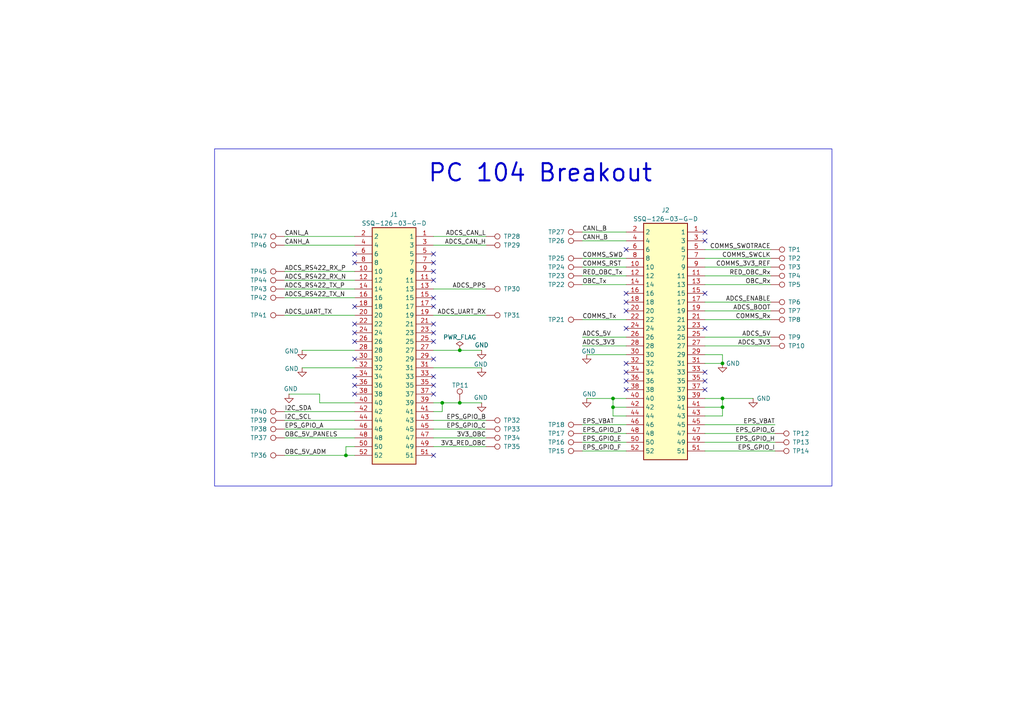
<source format=kicad_sch>
(kicad_sch (version 20231120) (generator "eeschema") (generator_version "8.0")
  (paper "A4")
  (lib_symbols
    (symbol "Connector:TestPoint" (pin_numbers hide) (pin_names (offset 0.762) hide)
      (property "Reference" "TP" (at 0 6.858 0))
      (property "Value" "TestPoint" (at 0 5.08 0))
      (symbol "TestPoint_0_1"
        (circle (center 0 3.302) (radius 0.762))
      )
      (symbol "TestPoint_1_1"
        (pin passive line (at 0 0 90) (length 2.54) (name "1") (number "1"))
      )
    )
    (symbol "SamacSys_Parts:SSQ-126-03-G-D"
      (property "Reference" "J" (at 19.05 7.62 0))
      (property "Value" "SSQ-126-03-G-D" (at 19.05 5.08 0))
      (symbol "SSQ-126-03-G-D_1_1"
        (rectangle (start 5.08 2.54) (end 17.78 -66.04) (stroke (width 0.254)) (fill (type background)))
        (pin passive line (at 0 -63.5 0) (length 5.08) (name "1") (number "1"))
        (pin passive line (at 22.86 -53.34 180) (length 5.08) (name "10") (number "10"))
        (pin passive line (at 0 -50.8 0) (length 5.08) (name "11") (number "11"))
        (pin passive line (at 22.86 -50.8 180) (length 5.08) (name "12") (number "12"))
        (pin passive line (at 0 -48.26 0) (length 5.08) (name "13") (number "13"))
        (pin passive line (at 22.86 -48.26 180) (length 5.08) (name "14") (number "14"))
        (pin passive line (at 0 -45.72 0) (length 5.08) (name "15") (number "15"))
        (pin passive line (at 22.86 -45.72 180) (length 5.08) (name "16") (number "16"))
        (pin passive line (at 0 -43.18 0) (length 5.08) (name "17") (number "17"))
        (pin passive line (at 22.86 -43.18 180) (length 5.08) (name "18") (number "18"))
        (pin passive line (at 0 -40.64 0) (length 5.08) (name "19") (number "19"))
        (pin passive line (at 22.86 -63.5 180) (length 5.08) (name "2") (number "2"))
        (pin passive line (at 22.86 -40.64 180) (length 5.08) (name "20") (number "20"))
        (pin passive line (at 0 -38.1 0) (length 5.08) (name "21") (number "21"))
        (pin passive line (at 22.86 -38.1 180) (length 5.08) (name "22") (number "22"))
        (pin passive line (at 0 -35.56 0) (length 5.08) (name "23") (number "23"))
        (pin passive line (at 22.86 -35.56 180) (length 5.08) (name "24") (number "24"))
        (pin passive line (at 0 -33.02 0) (length 5.08) (name "25") (number "25"))
        (pin passive line (at 22.86 -33.02 180) (length 5.08) (name "26") (number "26"))
        (pin passive line (at 0 -30.48 0) (length 5.08) (name "27") (number "27"))
        (pin passive line (at 22.86 -30.48 180) (length 5.08) (name "28") (number "28"))
        (pin passive line (at 0 -27.94 0) (length 5.08) (name "29") (number "29"))
        (pin passive line (at 0 -60.96 0) (length 5.08) (name "3") (number "3"))
        (pin passive line (at 22.86 -27.94 180) (length 5.08) (name "30") (number "30"))
        (pin passive line (at 0 -25.4 0) (length 5.08) (name "31") (number "31"))
        (pin passive line (at 22.86 -25.4 180) (length 5.08) (name "32") (number "32"))
        (pin passive line (at 0 -22.86 0) (length 5.08) (name "33") (number "33"))
        (pin passive line (at 22.86 -22.86 180) (length 5.08) (name "34") (number "34"))
        (pin passive line (at 0 -20.32 0) (length 5.08) (name "35") (number "35"))
        (pin passive line (at 22.86 -20.32 180) (length 5.08) (name "36") (number "36"))
        (pin passive line (at 0 -17.78 0) (length 5.08) (name "37") (number "37"))
        (pin passive line (at 22.86 -17.78 180) (length 5.08) (name "38") (number "38"))
        (pin passive line (at 0 -15.24 0) (length 5.08) (name "39") (number "39"))
        (pin passive line (at 22.86 -60.96 180) (length 5.08) (name "4") (number "4"))
        (pin passive line (at 22.86 -15.24 180) (length 5.08) (name "40") (number "40"))
        (pin passive line (at 0 -12.7 0) (length 5.08) (name "41") (number "41"))
        (pin passive line (at 22.86 -12.7 180) (length 5.08) (name "42") (number "42"))
        (pin passive line (at 0 -10.16 0) (length 5.08) (name "43") (number "43"))
        (pin passive line (at 22.86 -10.16 180) (length 5.08) (name "44") (number "44"))
        (pin passive line (at 0 -7.62 0) (length 5.08) (name "45") (number "45"))
        (pin passive line (at 22.86 -7.62 180) (length 5.08) (name "46") (number "46"))
        (pin passive line (at 0 -5.08 0) (length 5.08) (name "47") (number "47"))
        (pin passive line (at 22.86 -5.08 180) (length 5.08) (name "48") (number "48"))
        (pin passive line (at 0 -2.54 0) (length 5.08) (name "49") (number "49"))
        (pin passive line (at 0 -58.42 0) (length 5.08) (name "5") (number "5"))
        (pin passive line (at 22.86 -2.54 180) (length 5.08) (name "50") (number "50"))
        (pin passive line (at 0 0 0) (length 5.08) (name "51") (number "51"))
        (pin passive line (at 22.86 0 180) (length 5.08) (name "52") (number "52"))
        (pin passive line (at 22.86 -58.42 180) (length 5.08) (name "6") (number "6"))
        (pin passive line (at 0 -55.88 0) (length 5.08) (name "7") (number "7"))
        (pin passive line (at 22.86 -55.88 180) (length 5.08) (name "8") (number "8"))
        (pin passive line (at 0 -53.34 0) (length 5.08) (name "9") (number "9"))
      )
    )
    (symbol "power:GND" (power) (pin_numbers hide) (pin_names (offset 0) hide)
      (property "Value" "GND" (at 0 -3.81 0))
      (symbol "GND_0_1"
        (polyline (pts (xy 0 0) (xy 0 -1.27) (xy 1.27 -1.27) (xy 0 -2.54) (xy -1.27 -1.27) (xy 0 -1.27)))
      )
      (symbol "GND_1_1"
        (pin power_in line (at 0 0 270) (length 0) (name "~") (number "1"))
      )
    )
    (symbol "power:PWR_FLAG" (power) (pin_numbers hide) (pin_names (offset 0) hide)
      (property "Value" "PWR_FLAG" (at 0 3.81 0))
      (symbol "PWR_FLAG_0_0"
        (pin power_out line (at 0 0 90) (length 0) (name "~") (number "1"))
      )
      (symbol "PWR_FLAG_0_1"
        (polyline (pts (xy 0 0) (xy 0 1.27) (xy -1.016 1.905) (xy 0 2.54) (xy 1.016 1.905) (xy 0 1.27)))
      )
    )
  )
  (junction (at 209.55 118.11))
  (junction (at 209.55 105.41))
  (junction (at 133.35 101.6))
  (junction (at 128.27 116.84))
  (junction (at 100.33 132.08))
  (junction (at 133.35 116.84))
  (junction (at 177.8 118.11))
  (junction (at 209.55 115.57))
  (junction (at 177.8 115.57))
  (no_connect (at 125.73 114.3))
  (no_connect (at 125.73 111.76))
  (no_connect (at 102.87 96.52))
  (no_connect (at 204.47 110.49))
  (no_connect (at 181.61 105.41))
  (no_connect (at 102.87 109.22))
  (no_connect (at 204.47 69.85))
  (no_connect (at 102.87 114.3))
  (no_connect (at 181.61 107.95))
  (no_connect (at 125.73 78.74))
  (no_connect (at 181.61 95.25))
  (no_connect (at 125.73 86.36))
  (no_connect (at 181.61 87.63))
  (no_connect (at 125.73 99.06))
  (no_connect (at 125.73 88.9))
  (no_connect (at 181.61 72.39))
  (no_connect (at 125.73 76.2))
  (no_connect (at 102.87 93.98))
  (no_connect (at 102.87 73.66))
  (no_connect (at 125.73 104.14))
  (no_connect (at 125.73 93.98))
  (no_connect (at 125.73 81.28))
  (no_connect (at 181.61 85.09))
  (no_connect (at 102.87 111.76))
  (no_connect (at 102.87 104.14))
  (no_connect (at 102.87 99.06))
  (no_connect (at 181.61 110.49))
  (no_connect (at 125.73 132.08))
  (no_connect (at 204.47 85.09))
  (no_connect (at 181.61 90.17))
  (no_connect (at 204.47 95.25))
  (no_connect (at 102.87 76.2))
  (no_connect (at 125.73 109.22))
  (no_connect (at 204.47 67.31))
  (no_connect (at 204.47 107.95))
  (no_connect (at 125.73 73.66))
  (no_connect (at 125.73 96.52))
  (no_connect (at 204.47 113.03))
  (no_connect (at 181.61 113.03))
  (no_connect (at 102.87 88.9))
  (wire (pts (xy 177.8 115.57) (xy 177.8 118.11)))
  (wire (pts (xy 168.91 100.33) (xy 181.61 100.33)))
  (wire (pts (xy 204.47 128.27) (xy 224.79 128.27)))
  (wire (pts (xy 204.47 90.17) (xy 223.52 90.17)))
  (wire (pts (xy 125.73 83.82) (xy 140.97 83.82)))
  (wire (pts (xy 204.47 82.55) (xy 223.52 82.55)))
  (wire (pts (xy 204.47 125.73) (xy 224.79 125.73)))
  (wire (pts (xy 170.18 115.57) (xy 177.8 115.57)))
  (wire (pts (xy 170.18 102.87) (xy 181.61 102.87)))
  (wire (pts (xy 128.27 116.84) (xy 128.27 119.38)))
  (wire (pts (xy 133.35 101.6) (xy 125.73 101.6)))
  (wire (pts (xy 92.71 116.84) (xy 102.87 116.84)))
  (wire (pts (xy 82.55 121.92) (xy 102.87 121.92)))
  (wire (pts (xy 209.55 115.57) (xy 209.55 118.11)))
  (wire (pts (xy 82.55 124.46) (xy 102.87 124.46)))
  (wire (pts (xy 168.91 67.31) (xy 181.61 67.31)))
  (wire (pts (xy 204.47 97.79) (xy 223.52 97.79)))
  (wire (pts (xy 168.91 130.81) (xy 181.61 130.81)))
  (wire (pts (xy 168.91 128.27) (xy 181.61 128.27)))
  (wire (pts (xy 82.55 78.74) (xy 102.87 78.74)))
  (wire (pts (xy 82.55 81.28) (xy 102.87 81.28)))
  (wire (pts (xy 87.63 106.68) (xy 102.87 106.68)))
  (wire (pts (xy 204.47 100.33) (xy 223.52 100.33)))
  (wire (pts (xy 209.55 120.65) (xy 204.47 120.65)))
  (wire (pts (xy 83.82 114.3) (xy 92.71 114.3)))
  (wire (pts (xy 204.47 123.19) (xy 224.79 123.19)))
  (wire (pts (xy 133.35 116.84) (xy 139.7 116.84)))
  (wire (pts (xy 125.73 121.92) (xy 140.97 121.92)))
  (wire (pts (xy 204.47 102.87) (xy 209.55 102.87)))
  (wire (pts (xy 204.47 80.01) (xy 223.52 80.01)))
  (wire (pts (xy 128.27 116.84) (xy 133.35 116.84)))
  (wire (pts (xy 168.91 80.01) (xy 181.61 80.01)))
  (wire (pts (xy 204.47 130.81) (xy 224.79 130.81)))
  (wire (pts (xy 100.33 129.54) (xy 100.33 132.08)))
  (wire (pts (xy 204.47 92.71) (xy 223.52 92.71)))
  (wire (pts (xy 204.47 74.93) (xy 223.52 74.93)))
  (wire (pts (xy 204.47 115.57) (xy 209.55 115.57)))
  (wire (pts (xy 125.73 106.68) (xy 139.7 106.68)))
  (wire (pts (xy 87.63 101.6) (xy 102.87 101.6)))
  (wire (pts (xy 168.91 74.93) (xy 181.61 74.93)))
  (wire (pts (xy 204.47 118.11) (xy 209.55 118.11)))
  (wire (pts (xy 82.55 127) (xy 102.87 127)))
  (wire (pts (xy 168.91 69.85) (xy 181.61 69.85)))
  (wire (pts (xy 82.55 132.08) (xy 100.33 132.08)))
  (wire (pts (xy 125.73 91.44) (xy 140.97 91.44)))
  (wire (pts (xy 181.61 115.57) (xy 177.8 115.57)))
  (wire (pts (xy 168.91 97.79) (xy 181.61 97.79)))
  (wire (pts (xy 125.73 127) (xy 140.97 127)))
  (wire (pts (xy 168.91 82.55) (xy 181.61 82.55)))
  (wire (pts (xy 204.47 72.39) (xy 223.52 72.39)))
  (wire (pts (xy 209.55 105.41) (xy 204.47 105.41)))
  (wire (pts (xy 204.47 87.63) (xy 223.52 87.63)))
  (wire (pts (xy 168.91 92.71) (xy 181.61 92.71)))
  (wire (pts (xy 82.55 119.38) (xy 102.87 119.38)))
  (wire (pts (xy 125.73 68.58) (xy 140.97 68.58)))
  (wire (pts (xy 181.61 118.11) (xy 177.8 118.11)))
  (wire (pts (xy 168.91 125.73) (xy 181.61 125.73)))
  (wire (pts (xy 82.55 83.82) (xy 102.87 83.82)))
  (wire (pts (xy 218.44 115.57) (xy 209.55 115.57)))
  (wire (pts (xy 177.8 118.11) (xy 177.8 120.65)))
  (wire (pts (xy 139.7 101.6) (xy 133.35 101.6)))
  (wire (pts (xy 168.91 123.19) (xy 181.61 123.19)))
  (wire (pts (xy 82.55 71.12) (xy 102.87 71.12)))
  (wire (pts (xy 209.55 118.11) (xy 209.55 120.65)))
  (wire (pts (xy 209.55 102.87) (xy 209.55 105.41)))
  (wire (pts (xy 102.87 129.54) (xy 100.33 129.54)))
  (wire (pts (xy 125.73 129.54) (xy 140.97 129.54)))
  (wire (pts (xy 82.55 91.44) (xy 102.87 91.44)))
  (wire (pts (xy 92.71 114.3) (xy 92.71 116.84)))
  (wire (pts (xy 204.47 77.47) (xy 223.52 77.47)))
  (wire (pts (xy 128.27 119.38) (xy 125.73 119.38)))
  (wire (pts (xy 125.73 116.84) (xy 128.27 116.84)))
  (wire (pts (xy 125.73 71.12) (xy 140.97 71.12)))
  (wire (pts (xy 168.91 77.47) (xy 181.61 77.47)))
  (wire (pts (xy 82.55 86.36) (xy 102.87 86.36)))
  (wire (pts (xy 177.8 120.65) (xy 181.61 120.65)))
  (wire (pts (xy 82.55 68.58) (xy 102.87 68.58)))
  (wire (pts (xy 125.73 124.46) (xy 140.97 124.46)))
  (wire (pts (xy 100.33 132.08) (xy 102.87 132.08)))
  (rectangle (start 62.23 43.18) (end 241.3 140.97))
  (text "PC 104 Breakout" (at 156.718 50.292 0) (effects (font (size 5 5) (thickness 0.6) (bold yes))))
  (label "I2C_SCL" (at 82.55 121.92 0))
  (label "ADCS_CAN_L" (at 140.97 68.58 180))
  (label "ADCS_BOOT" (at 223.52 90.17 180))
  (label "ADCS_PPS" (at 140.97 83.82 180))
  (label "CANH_B" (at 168.91 69.85 0))
  (label "OBC_5V_PANELS" (at 82.55 127 0))
  (label "ADCS_RS422_TX_N" (at 82.55 86.36 0))
  (label "COMMS_SWD" (at 168.91 74.93 0))
  (label "OBC_5V_ADM" (at 82.55 132.08 0))
  (label "EPS_GPIO_D" (at 168.91 125.73 0))
  (label "ADCS_RS422_TX_P" (at 82.55 83.82 0))
  (label "EPS_GPIO_B" (at 140.97 121.92 180))
  (label "COMMS_3V3_REF" (at 223.52 77.47 180))
  (label "ADCS_3V3" (at 168.91 100.33 0))
  (label "COMMS_RST" (at 168.91 77.47 0))
  (label "ADCS_UART_RX" (at 140.97 91.44 180))
  (label "EPS_VBAT" (at 168.91 123.19 0))
  (label "CANH_A" (at 82.55 71.12 0))
  (label "EPS_GPIO_I" (at 224.79 130.81 180))
  (label "ADCS_5V" (at 223.52 97.79 180))
  (label "ADCS_UART_TX" (at 82.55 91.44 0))
  (label "COMMS_Tx" (at 168.91 92.71 0))
  (label "EPS_GPIO_C" (at 140.97 124.46 180))
  (label "ADCS_ENABLE" (at 223.52 87.63 180))
  (label "ADCS_3V3" (at 223.52 100.33 180))
  (label "RED_OBC_Tx" (at 168.91 80.01 0))
  (label "ADCS_5V" (at 168.91 97.79 0))
  (label "COMMS_SWCLK" (at 223.52 74.93 180))
  (label "OBC_Tx" (at 168.91 82.55 0))
  (label "ADCS_RS422_RX_P" (at 82.55 78.74 0))
  (label "ADCS_RS422_RX_N" (at 82.55 81.28 0))
  (label "COMMS_SWOTRACE" (at 223.52 72.39 180))
  (label "EPS_GPIO_A" (at 82.55 124.46 0))
  (label "EPS_GPIO_F" (at 168.91 130.81 0))
  (label "3V3_OBC" (at 140.97 127 180))
  (label "I2C_SDA" (at 82.55 119.38 0))
  (label "OBC_Rx" (at 223.52 82.55 180))
  (label "EPS_VBAT" (at 224.79 123.19 180))
  (label "COMMS_Rx" (at 223.52 92.71 180))
  (label "EPS_GPIO_H" (at 224.79 128.27 180))
  (label "RED_OBC_Rx" (at 223.52 80.01 180))
  (label "EPS_GPIO_E" (at 168.91 128.27 0))
  (label "3V3_RED_OBC" (at 140.97 129.54 180))
  (label "EPS_GPIO_G" (at 224.79 125.73 180))
  (label "ADCS_CAN_H" (at 140.97 71.12 180))
  (label "CANL_B" (at 168.91 67.31 0))
  (label "CANL_A" (at 82.55 68.58 0))
  (symbol (lib_id "Connector:TestPoint") (at 223.52 90.17 270) (unit 1)
    (property "Reference" "TP7" (at 228.6 90.17 90) (effects (justify left)))
    (property "Value" "TestPoint" (effects (hide yes)))
    (property "Footprint" "TestPoint:TestPoint_Plated_Hole_D2.0mm" (effects (hide yes)))
    (property "Description" "test point" (effects (hide yes)))
  )
  (symbol (lib_id "Connector:TestPoint") (at 168.91 123.19 90) (unit 1)
    (property "Reference" "TP18" (at 163.83 123.19 90) (effects (justify left)))
    (property "Value" "TestPoint" (effects (hide yes)))
    (property "Footprint" "TestPoint:TestPoint_Plated_Hole_D2.0mm" (effects (hide yes)))
    (property "Description" "test point" (effects (hide yes)))
  )
  (symbol (lib_id "Connector:TestPoint") (at 82.55 81.28 90) (unit 1)
    (property "Reference" "TP44" (at 77.47 81.28 90) (effects (justify left)))
    (property "Value" "TestPoint" (effects (hide yes)))
    (property "Footprint" "TestPoint:TestPoint_Plated_Hole_D2.0mm" (effects (hide yes)))
    (property "Description" "test point" (effects (hide yes)))
  )
  (symbol (lib_id "Connector:TestPoint") (at 82.55 127 90) (unit 1)
    (property "Reference" "TP37" (at 77.47 127 90) (effects (justify left)))
    (property "Value" "TestPoint" (effects (hide yes)))
    (property "Footprint" "TestPoint:TestPoint_Plated_Hole_D2.0mm" (effects (hide yes)))
    (property "Description" "test point" (effects (hide yes)))
  )
  (symbol (lib_id "power:GND") (at 83.82 114.3 0) (unit 1)
    (property "Reference" "#PWR011" (effects (hide yes)))
    (property "Value" "GND" (at 84.328 112.776 0))
    (property "Description" "Power symbol creates a global label with name \"GND\" , ground" (effects (hide yes)))
  )
  (symbol (lib_id "Connector:TestPoint") (at 140.97 129.54 270) (unit 1)
    (property "Reference" "TP35" (at 146.05 129.54 90) (effects (justify left)))
    (property "Value" "TestPoint" (effects (hide yes)))
    (property "Footprint" "TestPoint:TestPoint_Plated_Hole_D2.0mm" (effects (hide yes)))
    (property "Description" "test point" (effects (hide yes)))
  )
  (symbol (lib_id "Connector:TestPoint") (at 168.91 67.31 90) (unit 1)
    (property "Reference" "TP27" (at 163.83 67.31 90) (effects (justify left)))
    (property "Value" "TestPoint" (effects (hide yes)))
    (property "Footprint" "TestPoint:TestPoint_Plated_Hole_D2.0mm" (effects (hide yes)))
    (property "Description" "test point" (effects (hide yes)))
  )
  (symbol (lib_id "Connector:TestPoint") (at 140.97 91.44 270) (unit 1)
    (property "Reference" "TP31" (at 146.05 91.44 90) (effects (justify left)))
    (property "Value" "TestPoint" (effects (hide yes)))
    (property "Footprint" "TestPoint:TestPoint_Plated_Hole_D2.0mm" (effects (hide yes)))
    (property "Description" "test point" (effects (hide yes)))
  )
  (symbol (lib_id "Connector:TestPoint") (at 168.91 130.81 90) (unit 1)
    (property "Reference" "TP15" (at 163.83 130.81 90) (effects (justify left)))
    (property "Value" "TestPoint" (effects (hide yes)))
    (property "Footprint" "TestPoint:TestPoint_Plated_Hole_D2.0mm" (effects (hide yes)))
    (property "Description" "test point" (effects (hide yes)))
  )
  (symbol (lib_id "Connector:TestPoint") (at 223.52 92.71 270) (unit 1)
    (property "Reference" "TP8" (at 228.6 92.71 90) (effects (justify left)))
    (property "Value" "TestPoint" (effects (hide yes)))
    (property "Footprint" "TestPoint:TestPoint_Plated_Hole_D2.0mm" (effects (hide yes)))
    (property "Description" "test point" (effects (hide yes)))
  )
  (symbol (lib_id "Connector:TestPoint") (at 168.91 128.27 90) (unit 1)
    (property "Reference" "TP16" (at 163.83 128.27 90) (effects (justify left)))
    (property "Value" "TestPoint" (effects (hide yes)))
    (property "Footprint" "TestPoint:TestPoint_Plated_Hole_D2.0mm" (effects (hide yes)))
    (property "Description" "test point" (effects (hide yes)))
  )
  (symbol (lib_id "Connector:TestPoint") (at 168.91 69.85 90) (unit 1)
    (property "Reference" "TP26" (at 163.83 69.85 90) (effects (justify left)))
    (property "Value" "TestPoint" (effects (hide yes)))
    (property "Footprint" "TestPoint:TestPoint_Plated_Hole_D2.0mm" (effects (hide yes)))
    (property "Description" "test point" (effects (hide yes)))
  )
  (symbol (lib_id "Connector:TestPoint") (at 82.55 71.12 90) (unit 1)
    (property "Reference" "TP46" (at 77.47 71.12 90) (effects (justify left)))
    (property "Value" "TestPoint" (effects (hide yes)))
    (property "Footprint" "TestPoint:TestPoint_Plated_Hole_D2.0mm" (effects (hide yes)))
    (property "Description" "test point" (effects (hide yes)))
  )
  (symbol (lib_id "power:GND") (at 170.18 102.87 0) (unit 1)
    (property "Reference" "#PWR05" (effects (hide yes)))
    (property "Value" "GND" (at 170.688 101.854 0))
    (property "Description" "Power symbol creates a global label with name \"GND\" , ground" (effects (hide yes)))
  )
  (symbol (lib_id "Connector:TestPoint") (at 168.91 82.55 90) (unit 1)
    (property "Reference" "TP22" (at 163.83 82.55 90) (effects (justify left)))
    (property "Value" "TestPoint" (effects (hide yes)))
    (property "Footprint" "TestPoint:TestPoint_Plated_Hole_D2.0mm" (effects (hide yes)))
    (property "Description" "test point" (effects (hide yes)))
  )
  (symbol (lib_id "Connector:TestPoint") (at 223.52 100.33 270) (unit 1)
    (property "Reference" "TP10" (at 228.6 100.33 90) (effects (justify left)))
    (property "Value" "TestPoint" (effects (hide yes)))
    (property "Footprint" "TestPoint:TestPoint_Plated_Hole_D2.0mm" (effects (hide yes)))
    (property "Description" "test point" (effects (hide yes)))
  )
  (symbol (lib_id "Connector:TestPoint") (at 224.79 125.73 270) (unit 1)
    (property "Reference" "TP12" (at 229.87 125.73 90) (effects (justify left)))
    (property "Value" "TestPoint" (effects (hide yes)))
    (property "Footprint" "TestPoint:TestPoint_Plated_Hole_D2.0mm" (effects (hide yes)))
    (property "Description" "test point" (effects (hide yes)))
  )
  (symbol (lib_id "Connector:TestPoint") (at 82.55 68.58 90) (unit 1)
    (property "Reference" "TP47" (at 77.47 68.58 90) (effects (justify left)))
    (property "Value" "TestPoint" (effects (hide yes)))
    (property "Footprint" "TestPoint:TestPoint_Plated_Hole_D2.0mm" (effects (hide yes)))
    (property "Description" "test point" (effects (hide yes)))
  )
  (symbol (lib_id "Connector:TestPoint") (at 223.52 77.47 270) (unit 1)
    (property "Reference" "TP3" (at 228.6 77.47 90) (effects (justify left)))
    (property "Value" "TestPoint" (effects (hide yes)))
    (property "Footprint" "TestPoint:TestPoint_Plated_Hole_D2.0mm" (effects (hide yes)))
    (property "Description" "test point" (effects (hide yes)))
  )
  (symbol (lib_id "Connector:TestPoint") (at 82.55 121.92 90) (unit 1)
    (property "Reference" "TP39" (at 77.47 121.92 90) (effects (justify left)))
    (property "Value" "TestPoint" (effects (hide yes)))
    (property "Footprint" "TestPoint:TestPoint_Plated_Hole_D2.0mm" (effects (hide yes)))
    (property "Description" "test point" (effects (hide yes)))
  )
  (symbol (lib_id "Connector:TestPoint") (at 82.55 132.08 90) (unit 1)
    (property "Reference" "TP36" (at 77.47 132.08 90) (effects (justify left)))
    (property "Value" "TestPoint" (effects (hide yes)))
    (property "Footprint" "TestPoint:TestPoint_Plated_Hole_D2.0mm" (effects (hide yes)))
    (property "Description" "test point" (effects (hide yes)))
  )
  (symbol (lib_id "Connector:TestPoint") (at 140.97 83.82 270) (unit 1)
    (property "Reference" "TP30" (at 146.05 83.82 90) (effects (justify left)))
    (property "Value" "TestPoint" (effects (hide yes)))
    (property "Footprint" "TestPoint:TestPoint_Plated_Hole_D2.0mm" (effects (hide yes)))
    (property "Description" "test point" (effects (hide yes)))
  )
  (symbol (lib_id "power:GND") (at 218.44 115.57 0) (unit 1)
    (property "Reference" "#PWR08" (effects (hide yes)))
    (property "Value" "GND" (at 221.488 115.57 0))
    (property "Description" "Power symbol creates a global label with name \"GND\" , ground" (effects (hide yes)))
  )
  (symbol (lib_id "Connector:TestPoint") (at 168.91 80.01 90) (unit 1)
    (property "Reference" "TP23" (at 163.83 80.01 90) (effects (justify left)))
    (property "Value" "TestPoint" (effects (hide yes)))
    (property "Footprint" "TestPoint:TestPoint_Plated_Hole_D2.0mm" (effects (hide yes)))
    (property "Description" "test point" (effects (hide yes)))
  )
  (symbol (lib_id "Connector:TestPoint") (at 223.52 80.01 270) (unit 1)
    (property "Reference" "TP4" (at 228.6 80.01 90) (effects (justify left)))
    (property "Value" "TestPoint" (effects (hide yes)))
    (property "Footprint" "TestPoint:TestPoint_Plated_Hole_D2.0mm" (effects (hide yes)))
    (property "Description" "test point" (effects (hide yes)))
  )
  (symbol (lib_id "Connector:TestPoint") (at 223.52 97.79 270) (unit 1)
    (property "Reference" "TP9" (at 228.6 97.79 90) (effects (justify left)))
    (property "Value" "TestPoint" (effects (hide yes)))
    (property "Footprint" "TestPoint:TestPoint_Plated_Hole_D2.0mm" (effects (hide yes)))
    (property "Description" "test point" (effects (hide yes)))
  )
  (symbol (lib_id "power:GND") (at 87.63 106.68 0) (unit 1)
    (property "Reference" "#PWR010" (effects (hide yes)))
    (property "Value" "GND" (at 84.582 106.934 0))
    (property "Description" "Power symbol creates a global label with name \"GND\" , ground" (effects (hide yes)))
  )
  (symbol (lib_id "Connector:TestPoint") (at 140.97 121.92 270) (unit 1)
    (property "Reference" "TP32" (at 146.05 121.92 90) (effects (justify left)))
    (property "Value" "TestPoint" (effects (hide yes)))
    (property "Footprint" "TestPoint:TestPoint_Plated_Hole_D2.0mm" (effects (hide yes)))
    (property "Description" "test point" (effects (hide yes)))
  )
  (symbol (lib_id "Connector:TestPoint") (at 140.97 124.46 270) (unit 1)
    (property "Reference" "TP33" (at 146.05 124.46 90) (effects (justify left)))
    (property "Value" "TestPoint" (effects (hide yes)))
    (property "Footprint" "TestPoint:TestPoint_Plated_Hole_D2.0mm" (effects (hide yes)))
    (property "Description" "test point" (effects (hide yes)))
  )
  (symbol (lib_id "power:GND") (at 87.63 101.6 0) (unit 1)
    (property "Reference" "#PWR09" (effects (hide yes)))
    (property "Value" "GND" (at 84.582 101.854 0))
    (property "Description" "Power symbol creates a global label with name \"GND\" , ground" (effects (hide yes)))
  )
  (symbol (lib_id "power:GND") (at 139.7 106.68 0) (unit 1)
    (property "Reference" "#PWR02" (effects (hide yes)))
    (property "Value" "GND" (at 139.446 105.664 0))
    (property "Description" "Power symbol creates a global label with name \"GND\" , ground" (effects (hide yes)))
  )
  (symbol (lib_id "Connector:TestPoint") (at 168.91 74.93 90) (unit 1)
    (property "Reference" "TP25" (at 163.83 74.93 90) (effects (justify left)))
    (property "Value" "TestPoint" (effects (hide yes)))
    (property "Footprint" "TestPoint:TestPoint_Plated_Hole_D2.0mm" (effects (hide yes)))
    (property "Description" "test point" (effects (hide yes)))
  )
  (symbol (lib_id "Connector:TestPoint") (at 140.97 68.58 270) (unit 1)
    (property "Reference" "TP28" (at 146.05 68.58 90) (effects (justify left)))
    (property "Value" "TestPoint" (effects (hide yes)))
    (property "Footprint" "TestPoint:TestPoint_Plated_Hole_D2.0mm" (effects (hide yes)))
    (property "Description" "test point" (effects (hide yes)))
  )
  (symbol (lib_id "Connector:TestPoint") (at 223.52 87.63 270) (unit 1)
    (property "Reference" "TP6" (at 228.6 87.63 90) (effects (justify left)))
    (property "Value" "TestPoint" (effects (hide yes)))
    (property "Footprint" "TestPoint:TestPoint_Plated_Hole_D2.0mm" (effects (hide yes)))
    (property "Description" "test point" (effects (hide yes)))
  )
  (symbol (lib_id "Connector:TestPoint") (at 224.79 130.81 270) (unit 1)
    (property "Reference" "TP14" (at 229.87 130.81 90) (effects (justify left)))
    (property "Value" "TestPoint" (effects (hide yes)))
    (property "Footprint" "TestPoint:TestPoint_Plated_Hole_D2.0mm" (effects (hide yes)))
    (property "Description" "test point" (effects (hide yes)))
  )
  (symbol (lib_id "Connector:TestPoint") (at 82.55 119.38 90) (unit 1)
    (property "Reference" "TP40" (at 77.47 119.38 90) (effects (justify left)))
    (property "Value" "TestPoint" (effects (hide yes)))
    (property "Footprint" "TestPoint:TestPoint_Plated_Hole_D2.0mm" (effects (hide yes)))
    (property "Description" "test point" (effects (hide yes)))
  )
  (symbol (lib_id "power:GND") (at 139.7 101.6 0) (unit 1)
    (property "Reference" "#PWR01" (effects (hide yes)))
    (property "Value" "GND" (at 139.7 100.076 0))
    (property "Description" "Power symbol creates a global label with name \"GND\" , ground" (effects (hide yes)))
  )
  (symbol (lib_id "Connector:TestPoint") (at 168.91 92.71 90) (unit 1)
    (property "Reference" "TP21" (at 163.83 92.71 90) (effects (justify left)))
    (property "Value" "TestPoint" (effects (hide yes)))
    (property "Footprint" "TestPoint:TestPoint_Plated_Hole_D2.0mm" (effects (hide yes)))
    (property "Description" "test point" (effects (hide yes)))
  )
  (symbol (lib_id "SamacSys_Parts:SSQ-126-03-G-D") (at 204.47 130.81 180) (unit 1)
    (property "Reference" "J2" (at 193.04 60.96 0))
    (property "Value" "SSQ-126-03-G-D" (at 193.04 63.5 0))
    (property "Footprint" "SamacSys_Parts:SSQ-126-XX-YYY-D" (effects (hide yes)))
    (property "Datasheet" "http://suddendocs.samtec.com/prints/ssq-1xx-xx-xxx-x-xx-xxx-xx-x-mkt.pdf" (effects (hide yes)))
    (property "Description" "52 Position, .100&quot; Tiger Buy&trade; Socket Strip, Square Tail" (effects (hide yes)))
    (property "Mouser Part Number" "200-SSQ12603GD" (effects (hide yes)))
    (property "Mouser Price/Stock" "https://www.mouser.co.uk/ProductDetail/Samtec/SSQ-126-03-G-D?qs=rU5fayqh%252BE0aQXkQRkY4SA%3D%3D" (effects (hide yes)))
    (property "Manufacturer_Name" "SAMTEC" (effects (hide yes)))
    (property "Manufacturer_Part_Number" "SSQ-126-03-G-D" (effects (hide yes)))
  )
  (symbol (lib_id "Connector:TestPoint") (at 82.55 78.74 90) (unit 1)
    (property "Reference" "TP45" (at 77.47 78.74 90) (effects (justify left)))
    (property "Value" "TestPoint" (effects (hide yes)))
    (property "Footprint" "TestPoint:TestPoint_Plated_Hole_D2.0mm" (effects (hide yes)))
    (property "Description" "test point" (effects (hide yes)))
  )
  (symbol (lib_id "SamacSys_Parts:SSQ-126-03-G-D") (at 125.73 132.08 180) (unit 1)
    (property "Reference" "J1" (at 114.3 62.23 0))
    (property "Value" "SSQ-126-03-G-D" (at 114.3 64.77 0))
    (property "Footprint" "SamacSys_Parts:SSQ-126-XX-YYY-D" (effects (hide yes)))
    (property "Datasheet" "http://suddendocs.samtec.com/prints/ssq-1xx-xx-xxx-x-xx-xxx-xx-x-mkt.pdf" (effects (hide yes)))
    (property "Description" "52 Position, .100&quot; Tiger Buy&trade; Socket Strip, Square Tail" (effects (hide yes)))
    (property "Mouser Part Number" "200-SSQ12603GD" (effects (hide yes)))
    (property "Mouser Price/Stock" "https://www.mouser.co.uk/ProductDetail/Samtec/SSQ-126-03-G-D?qs=rU5fayqh%252BE0aQXkQRkY4SA%3D%3D" (effects (hide yes)))
    (property "Manufacturer_Name" "SAMTEC" (effects (hide yes)))
    (property "Manufacturer_Part_Number" "SSQ-126-03-G-D" (effects (hide yes)))
  )
  (symbol (lib_id "Connector:TestPoint") (at 82.55 124.46 90) (unit 1)
    (property "Reference" "TP38" (at 77.47 124.46 90) (effects (justify left)))
    (property "Value" "TestPoint" (effects (hide yes)))
    (property "Footprint" "TestPoint:TestPoint_Plated_Hole_D2.0mm" (effects (hide yes)))
    (property "Description" "test point" (effects (hide yes)))
  )
  (symbol (lib_id "Connector:TestPoint") (at 82.55 91.44 90) (unit 1)
    (property "Reference" "TP41" (at 77.47 91.44 90) (effects (justify left)))
    (property "Value" "TestPoint" (effects (hide yes)))
    (property "Footprint" "TestPoint:TestPoint_Plated_Hole_D2.0mm" (effects (hide yes)))
    (property "Description" "test point" (effects (hide yes)))
  )
  (symbol (lib_id "power:GND") (at 139.7 116.84 0) (unit 1)
    (property "Reference" "#PWR03" (effects (hide yes)))
    (property "Value" "GND" (at 139.446 115.316 0))
    (property "Description" "Power symbol creates a global label with name \"GND\" , ground" (effects (hide yes)))
  )
  (symbol (lib_id "power:GND") (at 170.18 115.57 0) (unit 1)
    (property "Reference" "#PWR06" (effects (hide yes)))
    (property "Value" "GND" (at 170.942 114.3 0))
    (property "Description" "Power symbol creates a global label with name \"GND\" , ground" (effects (hide yes)))
  )
  (symbol (lib_id "Connector:TestPoint") (at 223.52 74.93 270) (unit 1)
    (property "Reference" "TP2" (at 228.6 74.93 90) (effects (justify left)))
    (property "Value" "TestPoint" (effects (hide yes)))
    (property "Footprint" "TestPoint:TestPoint_Plated_Hole_D2.0mm" (effects (hide yes)))
    (property "Description" "test point" (effects (hide yes)))
  )
  (symbol (lib_id "power:GND") (at 209.55 105.41 0) (unit 1)
    (property "Reference" "#PWR07" (effects (hide yes)))
    (property "Value" "GND" (at 212.598 105.41 0))
    (property "Description" "Power symbol creates a global label with name \"GND\" , ground" (effects (hide yes)))
  )
  (symbol (lib_id "Connector:TestPoint") (at 168.91 125.73 90) (unit 1)
    (property "Reference" "TP17" (at 163.83 125.73 90) (effects (justify left)))
    (property "Value" "TestPoint" (effects (hide yes)))
    (property "Footprint" "TestPoint:TestPoint_Plated_Hole_D2.0mm" (effects (hide yes)))
    (property "Description" "test point" (effects (hide yes)))
  )
  (symbol (lib_id "Connector:TestPoint") (at 223.52 72.39 270) (unit 1)
    (property "Reference" "TP1" (at 228.6 72.39 90) (effects (justify left)))
    (property "Value" "TestPoint" (effects (hide yes)))
    (property "Footprint" "TestPoint:TestPoint_Plated_Hole_D2.0mm" (effects (hide yes)))
    (property "Description" "test point" (effects (hide yes)))
  )
  (symbol (lib_id "Connector:TestPoint") (at 133.35 116.84 0) (unit 1)
    (property "Reference" "TP11" (at 131.064 111.76 0) (effects (justify left)))
    (property "Value" "TestPoint" (effects (hide yes)))
    (property "Footprint" "TestPoint:TestPoint_Plated_Hole_D2.0mm" (effects (hide yes)))
    (property "Description" "test point" (effects (hide yes)))
  )
  (symbol (lib_id "Connector:TestPoint") (at 224.79 128.27 270) (unit 1)
    (property "Reference" "TP13" (at 229.87 128.27 90) (effects (justify left)))
    (property "Value" "TestPoint" (effects (hide yes)))
    (property "Footprint" "TestPoint:TestPoint_Plated_Hole_D2.0mm" (effects (hide yes)))
    (property "Description" "test point" (effects (hide yes)))
  )
  (symbol (lib_id "Connector:TestPoint") (at 140.97 127 270) (unit 1)
    (property "Reference" "TP34" (at 146.05 127 90) (effects (justify left)))
    (property "Value" "TestPoint" (effects (hide yes)))
    (property "Footprint" "TestPoint:TestPoint_Plated_Hole_D2.0mm" (effects (hide yes)))
    (property "Description" "test point" (effects (hide yes)))
  )
  (symbol (lib_id "Connector:TestPoint") (at 140.97 71.12 270) (unit 1)
    (property "Reference" "TP29" (at 146.05 71.12 90) (effects (justify left)))
    (property "Value" "TestPoint" (effects (hide yes)))
    (property "Footprint" "TestPoint:TestPoint_Plated_Hole_D2.0mm" (effects (hide yes)))
    (property "Description" "test point" (effects (hide yes)))
  )
  (symbol (lib_id "Connector:TestPoint") (at 223.52 82.55 270) (unit 1)
    (property "Reference" "TP5" (at 228.6 82.55 90) (effects (justify left)))
    (property "Value" "TestPoint" (effects (hide yes)))
    (property "Footprint" "TestPoint:TestPoint_Plated_Hole_D2.0mm" (effects (hide yes)))
    (property "Description" "test point" (effects (hide yes)))
  )
  (symbol (lib_id "power:PWR_FLAG") (at 133.35 101.6 0) (unit 1)
    (property "Reference" "#FLG01" (effects (hide yes)))
    (property "Value" "PWR_FLAG" (at 133.35 97.79 0))
    (property "Description" "Special symbol for telling ERC where power comes from" (effects (hide yes)))
  )
  (symbol (lib_id "Connector:TestPoint") (at 82.55 83.82 90) (unit 1)
    (property "Reference" "TP43" (at 77.47 83.82 90) (effects (justify left)))
    (property "Value" "TestPoint" (effects (hide yes)))
    (property "Footprint" "TestPoint:TestPoint_Plated_Hole_D2.0mm" (effects (hide yes)))
    (property "Description" "test point" (effects (hide yes)))
  )
  (symbol (lib_id "Connector:TestPoint") (at 168.91 77.47 90) (unit 1)
    (property "Reference" "TP24" (at 163.83 77.47 90) (effects (justify left)))
    (property "Value" "TestPoint" (effects (hide yes)))
    (property "Footprint" "TestPoint:TestPoint_Plated_Hole_D2.0mm" (effects (hide yes)))
    (property "Description" "test point" (effects (hide yes)))
  )
  (symbol (lib_id "Connector:TestPoint") (at 82.55 86.36 90) (unit 1)
    (property "Reference" "TP42" (at 77.47 86.36 90) (effects (justify left)))
    (property "Value" "TestPoint" (effects (hide yes)))
    (property "Footprint" "TestPoint:TestPoint_Plated_Hole_D2.0mm" (effects (hide yes)))
    (property "Description" "test point" (effects (hide yes)))
  )
)
</source>
